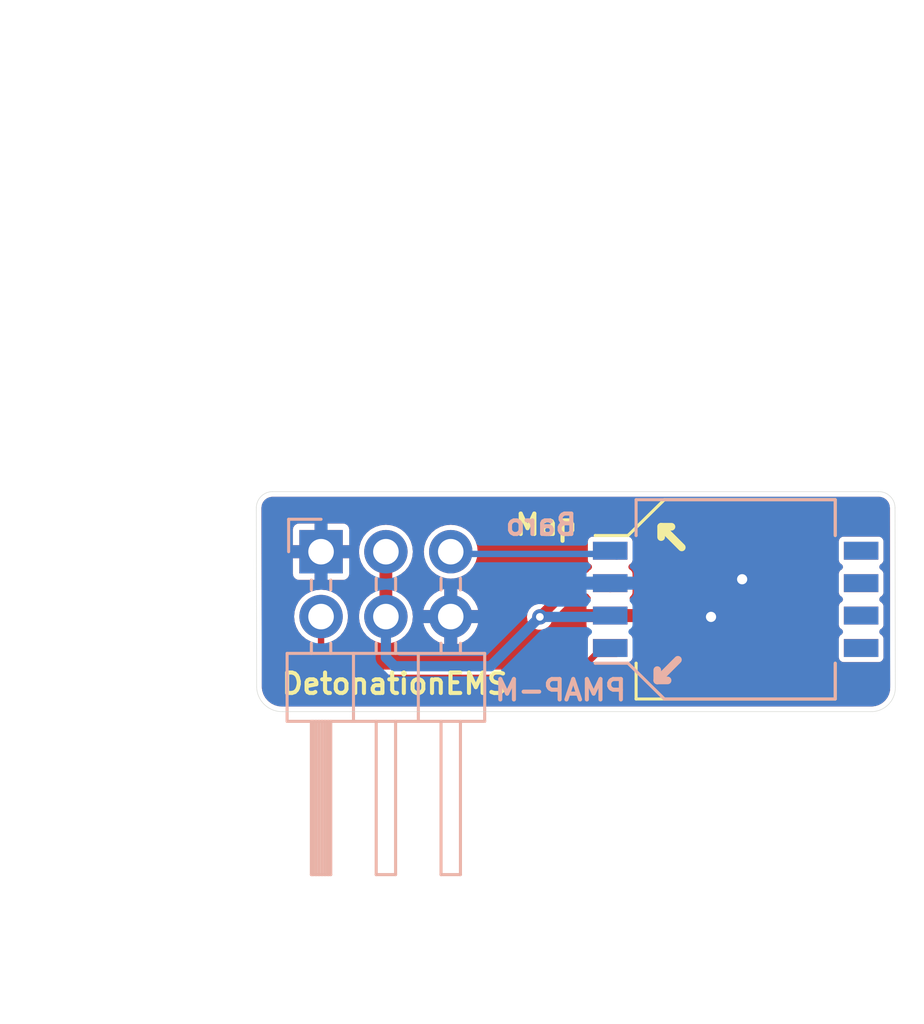
<source format=kicad_pcb>
(kicad_pcb (version 20221018) (generator pcbnew)
  (layers (0 "F.Cu" signal "Front") (31 "B.Cu" signal "Back") (34 "B.Paste" user) (35 "F.Paste" user) (36 "B.SilkS" user "B.Silkscreen") (37 "F.SilkS" user "F.Silkscreen") (38 "B.Mask" user) (39 "F.Mask" user) (44 "Edge.Cuts" user))
  (net 0 "")
  (net 1 "MapOut")
  (net 2 "GND")
  (net 3 "VDD")
  (net 9 "BaroOut")
  (footprint "Detonation:MPXH6250" (layer "F.Cu") (at 166.116 105.537)
    (fp_text reference "IC1" hide)
    (fp_text value "Map" (at -7.429524 -2.921 unlocked) (layer "F.SilkS") (effects (font (size 0.8 0.8) (thickness 0.16))))
    (fp_line (start -5.5 -2.5) (end -5.5 -2.5) (stroke (width 0.12)) (layer "F.SilkS"))
    (fp_line (start -4.2164 -2.5) (end -5.5 -2.5) (stroke (width 0.12)) (layer "F.SilkS"))
    (fp_line (start -3.9 2.5) (end -3.9 2.5) (stroke (width 0.12)) (layer "F.SilkS"))
    (fp_line (start -3.9 3.9) (end -3.9 2.5) (stroke (width 0.12)) (layer "F.SilkS"))
    (fp_line (start -2.794 -3.9) (end -4.2164 -2.5) (stroke (width 0.12)) (layer "F.SilkS"))
    (fp_line (start 3.9 -3.9) (end -2.794 -3.9) (stroke (width 0.12)) (layer "F.SilkS"))
    (fp_line (start 3.9 -2.5) (end 3.9 -3.9) (stroke (width 0.12)) (layer "F.SilkS"))
    (fp_line (start 3.9 2.5) (end 3.9 3.9) (stroke (width 0.12)) (layer "F.SilkS"))
    (fp_line (start 3.9 3.9) (end -3.9 3.9) (stroke (width 0.12)) (layer "F.SilkS"))
    (pad "1" smd rect (at -4.9149 -1.905) (size 1.35 0.7) (layers "F.Cu" "F.Paste" "F.Mask"))
    (pad "2" smd rect (at -4.9149 -0.635) (size 1.35 0.7) (layers "F.Cu" "F.Paste" "F.Mask") (net 3 "VDD"))
    (pad "3" smd rect (at -4.9149 0.635) (size 1.35 0.7) (layers "F.Cu" "F.Paste" "F.Mask") (net 2 "GND"))
    (pad "4" smd rect (at -4.9149 1.905) (size 1.35 0.7) (layers "F.Cu" "F.Paste" "F.Mask") (net 1 "MapOut"))
    (pad "5" smd rect (at 4.9149 1.905) (size 1.35 0.7) (layers "F.Cu" "F.Paste" "F.Mask"))
    (pad "6" smd rect (at 4.9149 0.635) (size 1.35 0.7) (layers "F.Cu" "F.Paste" "F.Mask"))
    (pad "7" smd rect (at 4.9149 -0.635) (size 1.35 0.7) (layers "F.Cu" "F.Paste" "F.Mask"))
    (pad "8" smd rect (at 4.9149 -1.905) (size 1.35 0.7) (layers "F.Cu" "F.Paste" "F.Mask"))
  )
  (footprint "Detonation:MPXH6250" (layer "B.Cu") (at 166.116 105.537)
    (fp_text reference "IC2" hide)
    (fp_text value "Baro" (at -7.62 -2.921 unlocked) (layer "B.SilkS") (effects (font (size 0.8 0.8) (thickness 0.16)) (justify mirror)))
    (fp_line (start -5.5 2.5) (end -5.5 2.5) (stroke (width 0.12)) (layer "B.SilkS"))
    (fp_line (start -4.2164 2.5) (end -5.5 2.5) (stroke (width 0.12)) (layer "B.SilkS"))
    (fp_line (start -3.9 -3.9) (end -3.9 -2.5) (stroke (width 0.12)) (layer "B.SilkS"))
    (fp_line (start -3.9 -2.5) (end -3.9 -2.5) (stroke (width 0.12)) (layer "B.SilkS"))
    (fp_line (start -2.794 3.9) (end -4.2164 2.5) (stroke (width 0.12)) (layer "B.SilkS"))
    (fp_line (start 3.9 -3.9) (end -3.9 -3.9) (stroke (width 0.12)) (layer "B.SilkS"))
    (fp_line (start 3.9 -2.5) (end 3.9 -3.9) (stroke (width 0.12)) (layer "B.SilkS"))
    (fp_line (start 3.9 2.5) (end 3.9 3.9) (stroke (width 0.12)) (layer "B.SilkS"))
    (fp_line (start 3.9 3.9) (end -2.794 3.9) (stroke (width 0.12)) (layer "B.SilkS"))
    (pad "1" smd rect (at -4.9149 1.905) (size 1.35 0.7) (layers "B.Cu" "B.Paste" "B.Mask"))
    (pad "2" smd rect (at -4.9149 0.635) (size 1.35 0.7) (layers "B.Cu" "B.Paste" "B.Mask") (net 3 "VDD"))
    (pad "3" smd rect (at -4.9149 -0.635) (size 1.35 0.7) (layers "B.Cu" "B.Paste" "B.Mask") (net 2 "GND"))
    (pad "4" smd rect (at -4.9149 -1.905) (size 1.35 0.7) (layers "B.Cu" "B.Paste" "B.Mask") (net 9 "BaroOut"))
    (pad "5" smd rect (at 4.9149 -1.905) (size 1.35 0.7) (layers "B.Cu" "B.Paste" "B.Mask"))
    (pad "6" smd rect (at 4.9149 -0.635) (size 1.35 0.7) (layers "B.Cu" "B.Paste" "B.Mask"))
    (pad "7" smd rect (at 4.9149 0.635) (size 1.35 0.7) (layers "B.Cu" "B.Paste" "B.Mask"))
    (pad "8" smd rect (at 4.9149 1.905) (size 1.35 0.7) (layers "B.Cu" "B.Paste" "B.Mask"))
  )
  (footprint "Connector_PinHeader_2.54mm:PinHeader_2x03_P2.54mm_Horizontal" (layer "B.Cu") (at 149.875 103.6716 -90)
    (fp_text reference "J1" hide)
    (fp_text value "Conn_02x03_Odd_Even")
    (fp_line (start -1.27 0) (end -1.27 1.27) (stroke (width 0.12)) (layer "B.SilkS"))
    (fp_line (start -1.27 1.27) (end 0 1.27) (stroke (width 0.12)) (layer "B.SilkS"))
    (fp_line (start 1.042929 -5.46) (end 1.497071 -5.46) (stroke (width 0.12)) (layer "B.SilkS"))
    (fp_line (start 1.042929 -4.7) (end 1.497071 -4.7) (stroke (width 0.12)) (layer "B.SilkS"))
    (fp_line (start 1.042929 -2.92) (end 1.497071 -2.92) (stroke (width 0.12)) (layer "B.SilkS"))
    (fp_line (start 1.042929 -2.16) (end 1.497071 -2.16) (stroke (width 0.12)) (layer "B.SilkS"))
    (fp_line (start 1.11 -0.38) (end 1.497071 -0.38) (stroke (width 0.12)) (layer "B.SilkS"))
    (fp_line (start 1.11 0.38) (end 1.497071 0.38) (stroke (width 0.12)) (layer "B.SilkS"))
    (fp_line (start 3.582929 -5.46) (end 3.98 -5.46) (stroke (width 0.12)) (layer "B.SilkS"))
    (fp_line (start 3.582929 -4.7) (end 3.98 -4.7) (stroke (width 0.12)) (layer "B.SilkS"))
    (fp_line (start 3.582929 -2.92) (end 3.98 -2.92) (stroke (width 0.12)) (layer "B.SilkS"))
    (fp_line (start 3.582929 -2.16) (end 3.98 -2.16) (stroke (width 0.12)) (layer "B.SilkS"))
    (fp_line (start 3.582929 -0.38) (end 3.98 -0.38) (stroke (width 0.12)) (layer "B.SilkS"))
    (fp_line (start 3.582929 0.38) (end 3.98 0.38) (stroke (width 0.12)) (layer "B.SilkS"))
    (fp_line (start 3.98 -6.41) (end 6.64 -6.41) (stroke (width 0.12)) (layer "B.SilkS"))
    (fp_line (start 3.98 -3.81) (end 6.64 -3.81) (stroke (width 0.12)) (layer "B.SilkS"))
    (fp_line (start 3.98 -1.27) (end 6.64 -1.27) (stroke (width 0.12)) (layer "B.SilkS"))
    (fp_line (start 3.98 1.33) (end 3.98 -6.41) (stroke (width 0.12)) (layer "B.SilkS"))
    (fp_line (start 6.64 -6.41) (end 6.64 1.33) (stroke (width 0.12)) (layer "B.SilkS"))
    (fp_line (start 6.64 -4.7) (end 12.64 -4.7) (stroke (width 0.12)) (layer "B.SilkS"))
    (fp_line (start 6.64 -2.16) (end 12.64 -2.16) (stroke (width 0.12)) (layer "B.SilkS"))
    (fp_line (start 6.64 -0.28) (end 12.64 -0.28) (stroke (width 0.12)) (layer "B.SilkS"))
    (fp_line (start 6.64 -0.16) (end 12.64 -0.16) (stroke (width 0.12)) (layer "B.SilkS"))
    (fp_line (start 6.64 -0.04) (end 12.64 -0.04) (stroke (width 0.12)) (layer "B.SilkS"))
    (fp_line (start 6.64 0.08) (end 12.64 0.08) (stroke (width 0.12)) (layer "B.SilkS"))
    (fp_line (start 6.64 0.2) (end 12.64 0.2) (stroke (width 0.12)) (layer "B.SilkS"))
    (fp_line (start 6.64 0.32) (end 12.64 0.32) (stroke (width 0.12)) (layer "B.SilkS"))
    (fp_line (start 6.64 0.38) (end 12.64 0.38) (stroke (width 0.12)) (layer "B.SilkS"))
    (fp_line (start 6.64 1.33) (end 3.98 1.33) (stroke (width 0.12)) (layer "B.SilkS"))
    (fp_line (start 12.64 -5.46) (end 6.64 -5.46) (stroke (width 0.12)) (layer "B.SilkS"))
    (fp_line (start 12.64 -4.7) (end 12.64 -5.46) (stroke (width 0.12)) (layer "B.SilkS"))
    (fp_line (start 12.64 -2.92) (end 6.64 -2.92) (stroke (width 0.12)) (layer "B.SilkS"))
    (fp_line (start 12.64 -2.16) (end 12.64 -2.92) (stroke (width 0.12)) (layer "B.SilkS"))
    (fp_line (start 12.64 -0.38) (end 6.64 -0.38) (stroke (width 0.12)) (layer "B.SilkS"))
    (fp_line (start 12.64 0.38) (end 12.64 -0.38) (stroke (width 0.12)) (layer "B.SilkS"))
    (pad "1" thru_hole rect (at 0 0 270) (size 1.7 1.7) (drill 1) (layers "*.Cu" "*.Mask") (net 2 "GND"))
    (pad "2" thru_hole oval (at 2.54 0 270) (size 1.7 1.7) (drill 1) (layers "*.Cu" "*.Mask") (net 1 "MapOut"))
    (pad "3" thru_hole oval (at 0 -2.54 270) (size 1.7 1.7) (drill 1) (layers "*.Cu" "*.Mask") (net 3 "VDD"))
    (pad "4" thru_hole oval (at 2.54 -2.54 270) (size 1.7 1.7) (drill 1) (layers "*.Cu" "*.Mask") (net 3 "VDD"))
    (pad "5" thru_hole oval (at 0 -5.08 270) (size 1.7 1.7) (drill 1) (layers "*.Cu" "*.Mask") (net 9 "BaroOut"))
    (pad "6" thru_hole oval (at 2.54 -5.08 270) (size 1.7 1.7) (drill 1) (layers "*.Cu" "*.Mask") (net 2 "GND"))
  )
  (gr_arc (start 171.704 101.3206) (mid 172.165294 101.499802) (end 172.35805 101.9556) (stroke (width 0.02)) (layer "Edge.Cuts"))
  (gr_arc (start 172.37075 108.966) (mid 172.113452 109.637995) (end 171.45635 109.9312) (stroke (width 0.02)) (layer "Edge.Cuts"))
  (gr_line (start 171.45 109.9312) (end 148.36775 109.9312) (stroke (width 0.02)) (layer "Edge.Cuts"))
  (gr_line (start 172.35805 101.9556) (end 172.37075 108.966) (stroke (width 0.02)) (layer "Edge.Cuts"))
  (gr_line (start 147.97405 101.3206) (end 171.704 101.3206) (stroke (width 0.02)) (layer "Edge.Cuts"))
  (gr_line (start 147.33905 101.9556) (end 147.35175 108.966) (stroke (width 0.02)) (layer "Edge.Cuts"))
  (gr_arc (start 147.33905 101.9556) (mid 147.525037 101.506587) (end 147.97405 101.3206) (stroke (width 0.02)) (layer "Edge.Cuts"))
  (gr_arc (start 148.36775 109.9312) (mid 147.659851 109.65902) (end 147.35175 108.966) (stroke (width 0.02)) (layer "Edge.Cuts"))
  (gr_text "PMAP-M" (at 159.258 109.093) (layer "B.SilkS") (effects (font (size 0.8 0.8) (thickness 0.16)) (justify mirror)))
  (gr_text "→" (at 163.5252 108.3818 225) (layer "B.SilkS") (effects (font (size 1.5 1.5) (thickness 0.3))))
  (gr_text "DetonationEMS" (at 152.7556 108.839) (layer "F.SilkS") (effects (font (size 0.8 0.8) (thickness 0.16))))
  (gr_text "→" (at 163.5252 103.1748 135) (layer "F.SilkS") (effects (font (size 1.5 1.5) (thickness 0.3))))
  (segment (start 149.875 108.2698) (end 150.2156 108.6104) (width 0.25) (layer "F.Cu") (net 1))
  (segment (start 159.7152 108.6104) (end 160.655 107.6706) (width 0.25) (layer "F.Cu") (net 1))
  (segment (start 149.875 105.9068) (end 149.875 108.2698) (width 0.25) (layer "F.Cu") (net 1))
  (segment (start 160.655 107.6706) (end 161.4551 107.6706) (width 0.25) (layer "F.Cu") (net 1))
  (segment (start 150.2156 108.6104) (end 159.7152 108.6104) (width 0.25) (layer "F.Cu") (net 1))
  (via (at 165.1508 106.2228) (size 0.7) (drill 0.4) (layers "F.Cu" "B.Cu") (net 2))
  (via (at 166.37 104.7496) (size 0.7) (drill 0.4) (layers "F.Cu" "B.Cu") (net 2))
  (segment (start 161.0083 104.9378) (end 161.2011 105.1306) (width 0.25) (layer "F.Cu") (net 3))
  (segment (start 159.766 104.902) (end 161.2011 104.902) (width 0.4) (layer "F.Cu") (net 3))
  (segment (start 152.415 103.6716) (end 152.415 106.2116) (width 0.5) (layer "F.Cu") (net 3))
  (segment (start 158.4452 106.2228) (end 159.766 104.902) (width 0.4) (layer "F.Cu") (net 3))
  (via (at 158.4452 106.2228) (size 0.6) (drill 0.3) (layers "F.Cu" "B.Cu") (net 3))
  (segment (start 156.5148 108.1532) (end 152.7556 108.1532) (width 0.4) (layer "B.Cu") (net 3))
  (segment (start 152.7556 108.1532) (end 152.415 107.8126) (width 0.4) (layer "B.Cu") (net 3))
  (segment (start 152.415 107.8126) (end 152.415 106.2116) (width 0.4) (layer "B.Cu") (net 3))
  (segment (start 158.4452 106.2228) (end 161.3782 106.2228) (width 0.4) (layer "B.Cu") (net 3))
  (segment (start 152.415 105.9068) (end 152.415 106.2116) (width 0.25) (layer "B.Cu") (net 3))
  (segment (start 158.4452 106.2228) (end 156.5148 108.1532) (width 0.4) (layer "B.Cu") (net 3))
  (segment (start 161.4551 103.8606) (end 161.3535 103.759) (width 0.25) (layer "B.Cu") (net 9))
  (segment (start 161.3535 103.759) (end 155.3472 103.759) (width 0.25) (layer "B.Cu") (net 9))
  (zone (net 2) (net_name "GND") (layer "F.Cu") (connect_pads (clearance 0.2)) (min_thickness 0.254) (fill yes (thermal_gap 0.254) (thermal_bridge_width 0.508))
    (polygon (pts (xy 172.9486 100.838) (xy 172.9486 110.49) (xy 146.685 110.49) (xy 146.685 100.838)))
  )
  (zone (net 2) (net_name "GND") (layer "B.Cu") (connect_pads (clearance 0.2)) (min_thickness 0.254) (fill yes (thermal_gap 0.254) (thermal_bridge_width 0.508))
    (polygon (pts (xy 172.9486 100.838) (xy 172.9486 110.49) (xy 146.685 110.49) (xy 146.685 100.838)))
  )
)
</source>
